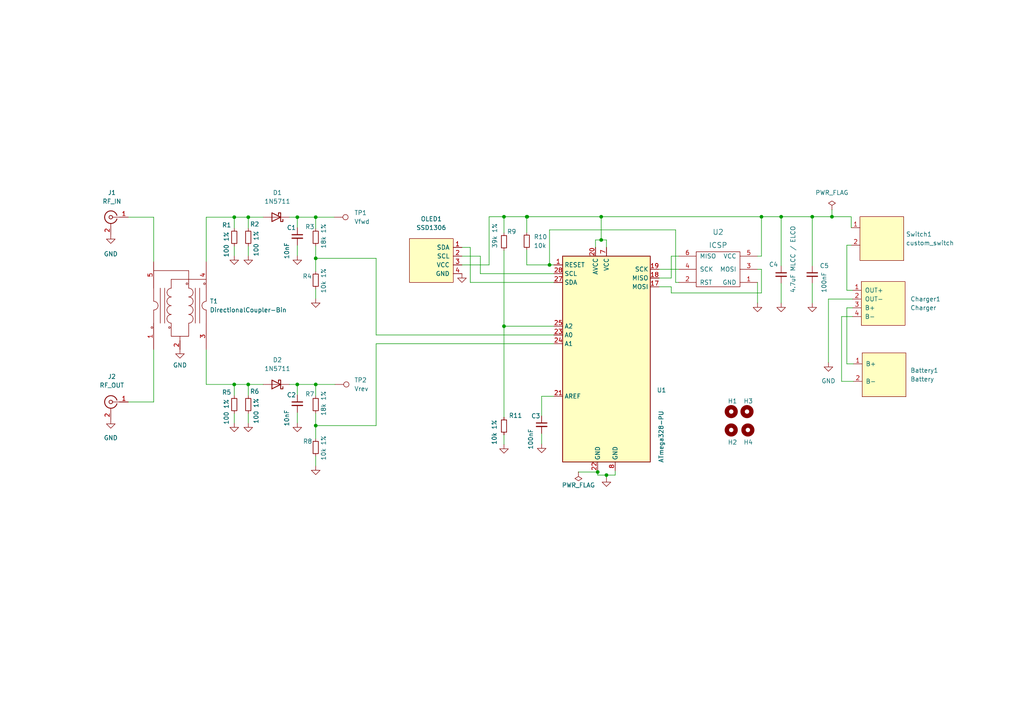
<source format=kicad_sch>
(kicad_sch (version 20211123) (generator eeschema)
  (paper "A4")
  (title_block (title "G8GYW QRP RF Meter") (date "2022-04-07") (rev "v0.01") (company "Modded by Dhiru (VU3CER)"))
  (lib_symbols
    (symbol "Connector:Conn_Coaxial" (pin_names (offset 1.016) hide)
      (property "Reference" "J" (at 0.254 3.048 0))
      (property "Value" "Conn_Coaxial" (at 2.921 0 90))
      (symbol "Conn_Coaxial_0_1"
        (arc (start -1.778 -0.508) (mid 0.2311 -1.8066) (end 1.778 0) (stroke (width 0.254)))
        (polyline (pts (xy -2.54 0) (xy -0.508 0)))
        (polyline (pts (xy 0 -2.54) (xy 0 -1.778)))
        (circle (center 0 0) (radius 0.508) (stroke (width 0.2032)))
        (arc (start 1.778 0) (mid 0.2099 1.8101) (end -1.778 0.508) (stroke (width 0.254)))
      )
      (symbol "Conn_Coaxial_1_1"
        (pin passive line (at -5.08 0 0) (length 2.54) (name "In") (number "1"))
        (pin passive line (at 0 -5.08 90) (length 2.54) (name "Ext") (number "2"))
      )
    )
    (symbol "Connector:TestPoint" (pin_numbers hide) (pin_names (offset 0.762) hide)
      (property "Reference" "TP" (at 0 6.858 0))
      (property "Value" "TestPoint" (at 0 5.08 0))
      (symbol "TestPoint_0_1"
        (circle (center 0 3.302) (radius 0.762))
      )
      (symbol "TestPoint_1_1"
        (pin passive line (at 0 0 90) (length 2.54) (name "1") (number "1"))
      )
    )
    (symbol "Device:C_Small" (pin_numbers hide) (pin_names (offset 0.254) hide)
      (property "Reference" "C" (at 0.254 1.778 0))
      (property "Value" "C_Small" (at 0.254 -2.032 0))
      (symbol "C_Small_0_1"
        (polyline (pts (xy -1.524 -0.508) (xy 1.524 -0.508)) (stroke (width 0.3302)))
        (polyline (pts (xy -1.524 0.508) (xy 1.524 0.508)) (stroke (width 0.3048)))
      )
      (symbol "C_Small_1_1"
        (pin passive line (at 0 2.54 270) (length 2.032) (name "~") (number "1"))
        (pin passive line (at 0 -2.54 90) (length 2.032) (name "~") (number "2"))
      )
    )
    (symbol "Device:R_Small" (pin_numbers hide) (pin_names (offset 0.254) hide)
      (property "Reference" "R" (at 0.762 0.508 0))
      (property "Value" "R_Small" (at 0.762 -1.016 0))
      (symbol "R_Small_0_1"
        (rectangle (start -0.762 1.778) (end 0.762 -1.778) (stroke (width 0.2032)))
      )
      (symbol "R_Small_1_1"
        (pin passive line (at 0 2.54 270) (length 0.762) (name "~") (number "1"))
        (pin passive line (at 0 -2.54 90) (length 0.762) (name "~") (number "2"))
      )
    )
    (symbol "Diode:1N5711" (pin_numbers hide) (pin_names (offset 1.016) hide)
      (property "Reference" "D" (at 0 2.54 0))
      (property "Value" "1N5711" (at 0 -2.54 0))
      (symbol "1N5711_0_1"
        (polyline (pts (xy 1.27 0) (xy -1.27 0)))
        (polyline (pts (xy 1.27 1.27) (xy 1.27 -1.27) (xy -1.27 0) (xy 1.27 1.27)) (stroke (width 0.254)))
        (polyline (pts (xy -1.905 0.635) (xy -1.905 1.27) (xy -1.27 1.27) (xy -1.27 -1.27) (xy -0.635 -1.27) (xy -0.635 -0.635)) (stroke (width 0.254)))
      )
      (symbol "1N5711_1_1"
        (pin passive line (at -3.81 0 0) (length 2.54) (name "K") (number "1"))
        (pin passive line (at 3.81 0 180) (length 2.54) (name "A") (number "2"))
      )
    )
    (symbol "Mechanical:MountingHole" (pin_names (offset 1.016))
      (property "Reference" "H" (at 0 5.08 0))
      (property "Value" "MountingHole" (at 0 3.175 0))
      (symbol "MountingHole_0_1"
        (circle (center 0 0) (radius 1.27) (stroke (width 1.27)))
      )
    )
    (symbol "atmega328-p:ATmega328-P"
      (property "Reference" "U1" (at -10.16 23.495 0))
      (property "Value" "ATmega328-P" (at 10.16 23.495 0))
      (symbol "ATmega328-P_0_1"
        (rectangle (start -12.7 21.59) (end 12.7 -38.1) (stroke (width 0.254)) (fill (type background)))
      )
      (symbol "ATmega328-P_1_1"
        (pin bidirectional line (at -15.24 19.05 0) (length 2.54) (name "RESET") (number "1"))
        (pin bidirectional line (at 15.24 12.7 180) (length 2.54) (name "MOSI") (number "17"))
        (pin bidirectional line (at 15.24 15.24 180) (length 2.54) (name "MISO") (number "18"))
        (pin bidirectional line (at 15.24 17.78 180) (length 2.54) (name "SCK") (number "19"))
        (pin power_in line (at -3.175 24.13 270) (length 2.54) (name "AVCC") (number "20"))
        (pin passive line (at -15.24 -19.05 0) (length 2.54) (name "AREF") (number "21"))
        (pin power_in line (at -2.54 -40.64 90) (length 2.54) (name "GND") (number "22"))
        (pin bidirectional line (at -15.24 -1.27 0) (length 2.54) (name "A0") (number "23"))
        (pin bidirectional line (at -15.24 -3.81 0) (length 2.54) (name "A1") (number "24"))
        (pin bidirectional line (at -15.24 1.27 0) (length 2.54) (name "A2") (number "25"))
        (pin bidirectional line (at -15.24 13.97 0) (length 2.54) (name "SDA") (number "27"))
        (pin bidirectional line (at -15.24 16.51 0) (length 2.54) (name "SCL") (number "28"))
        (pin power_in line (at 0 24.13 270) (length 2.54) (name "VCC") (number "7"))
        (pin power_in line (at 2.54 -40.64 90) (length 2.54) (name "GND") (number "8"))
      )
    )
    (symbol "custom_battery:Battery" (pin_names (offset 1.016))
      (property "Reference" "Battery1" (at 8.128 1.2701 0))
      (property "Value" "Battery" (at 8.128 -1.2699 0))
      (symbol "Battery_0_1"
        (rectangle (start -6.35 6.35) (end 6.35 -6.35) (fill (type background)))
      )
      (symbol "Battery_1_1"
        (pin bidirectional line (at -8.89 3.175 0) (length 2.54) (name "B+") (number "1"))
        (pin bidirectional line (at -8.89 -1.905 0) (length 2.54) (name "B-") (number "2"))
      )
    )
    (symbol "custom_charger:Charger" (pin_names (offset 1.016))
      (property "Reference" "Charger?" (at 8.128 1.2701 0))
      (property "Value" "Charger" (at 8.128 -1.2699 0))
      (symbol "Charger_0_1"
        (rectangle (start -6.35 6.35) (end 6.35 -6.35) (fill (type background)))
      )
      (symbol "Charger_1_1"
        (pin passive line (at -8.89 3.81 0) (length 2.54) (name "OUT+") (number "1"))
        (pin passive line (at -8.89 1.27 0) (length 2.54) (name "OUT-") (number "2"))
        (pin passive line (at -8.89 -1.27 0) (length 2.54) (name "B+") (number "3"))
        (pin passive line (at -8.89 -3.81 0) (length 2.54) (name "B-") (number "4"))
      )
    )
    (symbol "directionalcoupler-bin-modded:DirectionalCoupler-Bin" (pin_names (offset 1.016) hide)
      (property "Reference" "T1" (at 8.382 -5.334 0))
      (property "Value" "BN43-202" (at -1.778 9.652 0))
      (symbol "DirectionalCoupler-Bin_0_1"
        (circle (center -6.35 3.048) (radius 0.254))
        (circle (center -6.35 8.128) (radius 0.254))
        (arc (start -3.81 3.7846) (mid -4.6901 3.4201) (end -5.08 2.54))
        (arc (start -2.5654 2.54) (mid -2.9299 3.4201) (end -3.81 3.7846))
        (arc (start -1.27 3.7846) (mid -2.1501 3.4201) (end -2.54 2.54))
        (arc (start -1.27 7.62) (mid -0.898 6.722) (end 0 6.35))
        (arc (start -0.0254 2.54) (mid -0.3899 3.4201) (end -1.27 3.7846))
        (polyline (pts (xy -10.16 0) (xy -8.89 0)))
        (polyline (pts (xy -8.89 2.54) (xy -8.89 -2.54)))
        (polyline (pts (xy -5.08 5.715) (xy 5.08 5.715)))
        (polyline (pts (xy -1.27 -7.62) (xy -5.08 -7.62)))
        (polyline (pts (xy -1.27 7.62) (xy -5.08 7.62)))
        (polyline (pts (xy 1.27 -7.62) (xy 5.08 -7.62)))
        (polyline (pts (xy 1.27 7.62) (xy 5.08 7.62)))
        (polyline (pts (xy 5.08 -2.54) (xy 10.16 -2.54)))
        (polyline (pts (xy 5.08 2.54) (xy 7.62 2.54)))
        (polyline (pts (xy 5.08 4.445) (xy -5.08 4.445)))
        (polyline (pts (xy 7.62 -7.62) (xy 7.62 2.54)))
        (polyline (pts (xy 10.16 7.62) (xy 10.16 -2.54)))
        (polyline (pts (xy -5.08 2.54) (xy -8.89 2.54) (xy -8.89 -2.54) (xy -5.08 -2.54)))
        (arc (start 0 6.35) (mid 0.898 6.722) (end 1.2446 7.62))
        (arc (start 1.27 3.7846) (mid 0.3899 3.4201) (end 0 2.54))
        (arc (start 2.5146 2.54) (mid 2.1501 3.4201) (end 1.27 3.7846))
        (arc (start 3.81 3.7592) (mid 2.9299 3.3947) (end 2.54 2.5146))
        (arc (start 5.0546 2.5146) (mid 4.6901 3.3947) (end 3.81 3.7592))
        (circle (center 6.35 -7.112) (radius 0.254))
        (circle (center 6.35 -2.032) (radius 0.254))
      )
      (symbol "DirectionalCoupler-Bin_1_1"
        (arc (start -5.08 -2.54) (mid -4.708 -3.438) (end -3.81 -3.81))
        (arc (start -3.81 -3.81) (mid -2.912 -3.438) (end -2.5654 -2.54))
        (arc (start -2.54 -2.54) (mid -2.168 -3.438) (end -1.27 -3.81))
        (arc (start -1.27 -3.81) (mid -0.372 -3.438) (end -0.0254 -2.54))
        (arc (start 0 -6.3754) (mid -0.8801 -6.7399) (end -1.27 -7.62))
        (arc (start 0 -2.54) (mid 0.372 -3.438) (end 1.27 -3.81))
        (polyline (pts (xy -5.08 -4.445) (xy 5.08 -4.445)))
        (polyline (pts (xy 5.08 -5.715) (xy -5.08 -5.715)))
        (arc (start 1.2446 -7.62) (mid 0.8801 -6.7399) (end 0 -6.3754))
        (arc (start 1.27 -3.81) (mid 2.168 -3.438) (end 2.5146 -2.54))
        (arc (start 2.54 -2.54) (mid 2.912 -3.438) (end 3.81 -3.81))
        (arc (start 3.81 -3.81) (mid 4.708 -3.438) (end 5.0546 -2.54))
        (pin passive line (at -12.7 7.62 0) (length 7.62) (name "1") (number "1"))
        (pin input line (at -12.7 0 0) (length 2.54) (name "2") (number "2"))
        (pin passive line (at -12.7 -7.62 0) (length 7.62) (name "3") (number "3"))
        (pin passive line (at 12.7 -7.62 180) (length 7.62) (name "4") (number "4"))
        (pin passive line (at 12.7 7.62 180) (length 7.62) (name "5") (number "5"))
      )
    )
    (symbol "icsp_new:ICSP" (pin_names (offset 1.016))
      (property "Reference" "U" (at -8.89 7.62 0))
      (property "Value" "ICSP" (at 0 7.62 0))
      (symbol "ICSP_0_1"
        (rectangle (start 0 1.27) (end 12.7 -8.89))
      )
      (symbol "ICSP_1_1"
        (pin input line (at 17.78 -7.62 180) (length 5.08) (name "GND") (number "1"))
        (pin input line (at -5.08 -7.62 0) (length 5.08) (name "RST") (number "2"))
        (pin input line (at 17.78 -3.81 180) (length 5.08) (name "MOSI") (number "3"))
        (pin input line (at -5.08 -3.81 0) (length 5.08) (name "SCK") (number "4"))
        (pin input line (at 17.78 0 180) (length 5.08) (name "VCC") (number "5"))
        (pin input line (at -5.08 0 0) (length 5.08) (name "MISO") (number "6"))
      )
    )
    (symbol "power:GND" (power) (pin_names (offset 0))
      (property "Value" "GND" (at 0 -3.81 0))
      (symbol "GND_0_1"
        (polyline (pts (xy 0 0) (xy 0 -1.27) (xy 1.27 -1.27) (xy 0 -2.54) (xy -1.27 -1.27) (xy 0 -1.27)))
      )
      (symbol "GND_1_1"
        (pin power_in line (at 0 0 270) (length 0) hide (name "GND") (number "1"))
      )
    )
    (symbol "power:PWR_FLAG" (power) (pin_numbers hide) (pin_names (offset 0) hide)
      (property "Value" "PWR_FLAG" (at 0 3.81 0))
      (symbol "PWR_FLAG_0_0"
        (pin power_out line (at 0 0 90) (length 0) (name "pwr") (number "1"))
      )
      (symbol "PWR_FLAG_0_1"
        (polyline (pts (xy 0 0) (xy 0 1.27) (xy -1.016 1.905) (xy 0 2.54) (xy 1.016 1.905) (xy 0 1.27)))
      )
    )
    (symbol "ssd1306:SSD1306" (pin_names (offset 1.016))
      (property "Reference" "OLED1" (at -9.398 -0.508 90))
      (property "Value" "SSD1306" (at 8.001 -2.159 90))
      (symbol "SSD1306_0_1"
        (rectangle (start -6.35 6.35) (end 6.35 -6.35) (fill (type background)))
      )
      (symbol "SSD1306_1_1"
        (pin input line (at 3.81 8.89 270) (length 2.54) (name "SDA") (number "1"))
        (pin input line (at 1.27 8.89 270) (length 2.54) (name "SCL") (number "2"))
        (pin input line (at -1.27 8.89 270) (length 2.54) (name "VCC") (number "3"))
        (pin input line (at -3.81 8.89 270) (length 2.54) (name "GND") (number "4"))
      )
    )
    (symbol "switch:custom_switch" (pin_names (offset 1.016))
      (property "Reference" "Switch1" (at 2.54 10.795 90))
      (property "Value" "custom_switch" (at 0 9.525 90))
      (symbol "custom_switch_0_1"
        (rectangle (start -6.35 6.35) (end 6.35 -6.35) (fill (type background)))
      )
      (symbol "custom_switch_1_1"
        (pin passive line (at -8.89 3.175 0) (length 2.54) (name "") (number "1"))
        (pin passive line (at -8.89 -1.905 0) (length 2.54) (name "") (number "2"))
      )
    )
  )
  (junction (at 72.009 111.506))
  (junction (at 152.781 62.865))
  (junction (at 91.567 123.444))
  (junction (at 174.371 69.596))
  (junction (at 146.177 62.865))
  (junction (at 72.009 62.992))
  (junction (at 226.568 62.865))
  (junction (at 241.3 62.865))
  (junction (at 220.853 62.865))
  (junction (at 146.177 94.615))
  (junction (at 159.385 76.835))
  (junction (at 91.567 111.506))
  (junction (at 175.895 137.795))
  (junction (at 91.567 74.93))
  (junction (at 86.233 62.992))
  (junction (at 174.371 62.865))
  (junction (at 91.567 62.992))
  (junction (at 235.585 62.865))
  (junction (at 86.233 111.506))
  (junction (at 67.945 62.992))
  (junction (at 67.945 111.506))
  (junction (at 173.355 136.906))
  (junction (at 152.908 62.865))
  (wire (pts (xy 194.691 83.185) (xy 194.691 84.963)))
  (wire (pts (xy 109.093 74.93) (xy 109.093 97.155)))
  (wire (pts (xy 72.009 111.506) (xy 72.009 114.808)))
  (wire (pts (xy 91.567 74.93) (xy 91.567 78.74)))
  (wire (pts (xy 191.135 83.185) (xy 194.691 83.185)))
  (wire (pts (xy 86.233 111.506) (xy 91.567 111.506)))
  (wire (pts (xy 245.618 84.201) (xy 247.269 84.201)))
  (wire (pts (xy 146.177 72.644) (xy 146.177 94.615)))
  (wire (pts (xy 241.3 60.833) (xy 241.3 62.865)))
  (wire (pts (xy 172.72 69.596) (xy 172.72 71.755)))
  (wire (pts (xy 174.371 62.865) (xy 220.853 62.865)))
  (wire (pts (xy 59.817 101.346) (xy 59.817 111.506)))
  (wire (pts (xy 91.567 123.444) (xy 91.567 127.254)))
  (wire (pts (xy 133.985 74.295) (xy 139.319 74.295)))
  (wire (pts (xy 174.371 69.596) (xy 174.371 62.865)))
  (wire (pts (xy 244.094 110.617) (xy 247.523 110.617)))
  (wire (pts (xy 139.319 74.295) (xy 139.319 79.375)))
  (wire (pts (xy 37.211 116.586) (xy 44.577 116.586)))
  (wire (pts (xy 91.567 83.82) (xy 91.567 86.614)))
  (wire (pts (xy 175.895 137.795) (xy 175.895 138.557)))
  (wire (pts (xy 72.009 62.992) (xy 76.327 62.992)))
  (wire (pts (xy 86.233 62.992) (xy 91.567 62.992)))
  (wire (pts (xy 109.093 99.695) (xy 109.093 123.444)))
  (wire (pts (xy 67.945 62.992) (xy 67.945 66.294)))
  (wire (pts (xy 72.009 71.374) (xy 72.009 74.168)))
  (wire (pts (xy 160.655 81.915) (xy 136.398 81.915)))
  (wire (pts (xy 235.585 62.865) (xy 241.3 62.865)))
  (wire (pts (xy 86.233 62.992) (xy 86.233 66.04)))
  (wire (pts (xy 220.853 74.295) (xy 220.853 62.865)))
  (wire (pts (xy 67.945 111.506) (xy 72.009 111.506)))
  (wire (pts (xy 146.177 62.865) (xy 152.781 62.865)))
  (wire (pts (xy 91.567 123.444) (xy 109.093 123.444)))
  (wire (pts (xy 220.853 62.865) (xy 226.568 62.865)))
  (wire (pts (xy 167.767 136.906) (xy 173.355 136.906)))
  (wire (pts (xy 194.691 74.295) (xy 196.85 74.295)))
  (wire (pts (xy 174.371 69.596) (xy 175.895 69.596)))
  (wire (pts (xy 83.947 62.992) (xy 86.233 62.992)))
  (wire (pts (xy 244.094 91.821) (xy 244.094 110.617)))
  (wire (pts (xy 160.655 76.835) (xy 159.385 76.835)))
  (wire (pts (xy 245.618 71.12) (xy 246.888 71.12)))
  (wire (pts (xy 157.099 114.935) (xy 160.655 114.935)))
  (wire (pts (xy 245.618 105.537) (xy 247.523 105.537)))
  (wire (pts (xy 246.888 66.04) (xy 246.888 62.865)))
  (wire (pts (xy 72.009 119.888) (xy 72.009 122.682)))
  (wire (pts (xy 159.385 66.675) (xy 195.961 66.675)))
  (wire (pts (xy 91.567 111.506) (xy 91.567 114.808)))
  (wire (pts (xy 240.284 105.156) (xy 240.284 86.741)))
  (wire (pts (xy 159.385 66.675) (xy 159.385 76.835)))
  (wire (pts (xy 67.945 62.992) (xy 72.009 62.992)))
  (wire (pts (xy 219.71 81.915) (xy 219.71 87.884)))
  (wire (pts (xy 235.585 62.865) (xy 235.585 77.089)))
  (wire (pts (xy 146.177 94.615) (xy 146.177 121.031)))
  (wire (pts (xy 59.817 62.992) (xy 67.945 62.992)))
  (wire (pts (xy 245.618 71.12) (xy 245.618 84.201)))
  (wire (pts (xy 159.385 76.835) (xy 152.781 76.835)))
  (wire (pts (xy 67.945 119.888) (xy 67.945 122.682)))
  (wire (pts (xy 195.961 81.915) (xy 196.85 81.915)))
  (wire (pts (xy 83.947 111.506) (xy 86.233 111.506)))
  (wire (pts (xy 136.398 81.915) (xy 136.398 71.755)))
  (wire (pts (xy 67.945 71.374) (xy 67.945 74.168)))
  (wire (pts (xy 141.859 62.865) (xy 146.177 62.865)))
  (wire (pts (xy 109.093 99.695) (xy 160.655 99.695)))
  (wire (pts (xy 67.945 111.506) (xy 67.945 114.808)))
  (wire (pts (xy 139.319 79.375) (xy 160.655 79.375)))
  (wire (pts (xy 245.618 89.281) (xy 245.618 105.537)))
  (wire (pts (xy 37.211 62.992) (xy 44.577 62.992)))
  (wire (pts (xy 220.853 84.963) (xy 220.853 78.105)))
  (wire (pts (xy 173.355 137.795) (xy 175.895 137.795)))
  (wire (pts (xy 44.577 62.992) (xy 44.577 75.946)))
  (wire (pts (xy 195.961 66.675) (xy 195.961 81.915)))
  (wire (pts (xy 247.269 89.281) (xy 245.618 89.281)))
  (wire (pts (xy 226.568 62.865) (xy 226.568 77.089)))
  (wire (pts (xy 86.233 111.506) (xy 86.233 114.554)))
  (wire (pts (xy 146.177 62.865) (xy 146.177 67.564)))
  (wire (pts (xy 133.985 76.835) (xy 141.859 76.835)))
  (wire (pts (xy 44.577 101.346) (xy 44.577 116.586)))
  (wire (pts (xy 59.817 111.506) (xy 67.945 111.506)))
  (wire (pts (xy 141.859 76.835) (xy 141.859 62.865)))
  (wire (pts (xy 86.233 71.12) (xy 86.233 74.168)))
  (wire (pts (xy 191.135 78.105) (xy 196.85 78.105)))
  (wire (pts (xy 152.781 67.437) (xy 152.781 62.865)))
  (wire (pts (xy 226.568 62.865) (xy 235.585 62.865)))
  (wire (pts (xy 235.585 82.169) (xy 235.585 87.884)))
  (wire (pts (xy 152.781 76.835) (xy 152.781 72.517)))
  (wire (pts (xy 194.691 80.645) (xy 194.691 74.295)))
  (wire (pts (xy 240.284 86.741) (xy 247.269 86.741)))
  (wire (pts (xy 194.691 84.963) (xy 220.853 84.963)))
  (wire (pts (xy 241.3 62.865) (xy 246.888 62.865)))
  (wire (pts (xy 178.435 136.525) (xy 178.435 137.795)))
  (wire (pts (xy 174.371 62.865) (xy 152.908 62.865)))
  (wire (pts (xy 91.567 62.992) (xy 96.901 62.992)))
  (wire (pts (xy 226.568 82.169) (xy 226.568 87.884)))
  (wire (pts (xy 175.895 69.596) (xy 175.895 71.755)))
  (wire (pts (xy 91.567 132.334) (xy 91.567 135.128)))
  (wire (pts (xy 220.853 78.105) (xy 219.71 78.105)))
  (wire (pts (xy 72.009 62.992) (xy 72.009 66.294)))
  (wire (pts (xy 247.269 91.821) (xy 244.094 91.821)))
  (wire (pts (xy 219.71 74.295) (xy 220.853 74.295)))
  (wire (pts (xy 86.233 119.634) (xy 86.233 122.682)))
  (wire (pts (xy 91.567 111.506) (xy 97.155 111.506)))
  (wire (pts (xy 173.355 136.906) (xy 173.355 137.795)))
  (wire (pts (xy 175.895 137.795) (xy 178.435 137.795)))
  (wire (pts (xy 91.567 71.374) (xy 91.567 74.93)))
  (wire (pts (xy 146.177 94.615) (xy 160.655 94.615)))
  (wire (pts (xy 191.135 80.645) (xy 194.691 80.645)))
  (wire (pts (xy 133.985 71.755) (xy 136.398 71.755)))
  (wire (pts (xy 91.567 119.888) (xy 91.567 123.444)))
  (wire (pts (xy 157.099 125.73) (xy 157.099 128.778)))
  (wire (pts (xy 173.355 136.525) (xy 173.355 136.906)))
  (wire (pts (xy 91.567 62.992) (xy 91.567 66.294)))
  (wire (pts (xy 109.093 97.155) (xy 160.655 97.155)))
  (wire (pts (xy 91.567 74.93) (xy 109.093 74.93)))
  (wire (pts (xy 59.817 62.992) (xy 59.817 75.946)))
  (wire (pts (xy 157.099 114.935) (xy 157.099 120.65)))
  (wire (pts (xy 146.177 126.111) (xy 146.177 128.905)))
  (wire (pts (xy 72.009 111.506) (xy 76.327 111.506)))
  (wire (pts (xy 172.72 69.596) (xy 174.371 69.596)))
  (symbol (lib_id "power:GND") (at 219.71 87.884 0) (unit 1)
    (property "Reference" "#PWR0104" (effects hide))
    (property "Value" "GND" (effects hide))
  )
  (symbol (lib_id "Diode:1N5711") (at 80.137 111.506 180) (unit 1)
    (property "Reference" "D2" (at 80.4545 104.394 0))
    (property "Value" "1N5711" (at 80.4545 106.934 0))
    (property "Footprint" "Diode_SMD:D_SOD-323_HandSoldering" (effects hide))
    (property "Datasheet" "https://www.microsemi.com/document-portal/doc_download/8865-lds-0040-datasheet" (effects hide))
  )
  (symbol (lib_id "power:GND") (at 235.585 87.884 0) (unit 1)
    (property "Reference" "#PWR015" (effects hide))
    (property "Value" "GND" (effects hide))
  )
  (symbol (lib_id "Device:C_Small") (at 226.568 79.629 0) (unit 1)
    (property "Reference" "C4" (at 223.012 76.708 0) (effects (justify left)))
    (property "Value" "4.7uF MLCC / ELCO" (at 229.997 84.963 90) (effects (justify left)))
    (property "Footprint" "Capacitor_SMD:C_1206_3216Metric_Pad1.33x1.80mm_HandSolder" (effects hide))
  )
  (symbol (lib_id "Device:R_Small") (at 146.177 123.571 0) (unit 1)
    (property "Reference" "R11" (at 147.574 120.523 0) (effects (justify left)))
    (property "Value" "10k 1%" (at 143.383 129.032 90) (effects (justify left)))
    (property "Footprint" "Resistor_SMD:R_1206_3216Metric_Pad1.30x1.75mm_HandSolder" (effects hide))
  )
  (symbol (lib_id "Device:C_Small") (at 235.585 79.629 0) (unit 1)
    (property "Reference" "C5" (at 237.744 77.089 0) (effects (justify left)))
    (property "Value" "100nF" (at 239.014 84.963 90) (effects (justify left)))
    (property "Footprint" "Capacitor_SMD:C_1206_3216Metric_Pad1.33x1.80mm_HandSolder" (effects hide))
  )
  (symbol (lib_id "Device:C_Small") (at 157.099 123.19 0) (unit 1)
    (property "Reference" "C3" (at 154.051 120.65 0) (effects (justify left)))
    (property "Value" "100nF" (at 153.924 130.429 90) (effects (justify left)))
    (property "Footprint" "Capacitor_SMD:C_1206_3216Metric_Pad1.33x1.80mm_HandSolder" (effects hide))
  )
  (symbol (lib_id "power:GND") (at 32.131 121.666 0) (unit 1)
    (property "Reference" "#PWR06" (effects hide))
    (property "Value" "GND" (at 32.131 127 0))
  )
  (symbol (lib_id "power:GND") (at 91.567 86.614 0) (unit 1)
    (property "Reference" "#PWR09" (effects hide))
    (property "Value" "GND" (effects hide))
  )
  (symbol (lib_id "Mechanical:MountingHole") (at 216.662 119.38 0) (unit 1)
    (property "Reference" "H3" (at 215.646 116.332 0) (effects (justify left)))
    (property "Value" "MountingHole" (effects hide))
    (property "Footprint" "MountingHole:MountingHole_2.2mm_M2" (effects hide))
  )
  (symbol (lib_id "power:GND") (at 133.985 79.375 0) (unit 1)
    (property "Reference" "#PWR0102" (effects hide))
    (property "Value" "GND" (effects hide))
  )
  (symbol (lib_id "power:GND") (at 86.233 74.168 0) (unit 1)
    (property "Reference" "#PWR07" (effects hide))
    (property "Value" "GND" (effects hide))
  )
  (symbol (lib_id "icsp_new:ICSP") (at 201.93 74.295 0) (unit 1)
    (property "Reference" "U2" (at 208.28 67.31 0) (effects (font (size 1.524 1.524))))
    (property "Value" "ICSP" (at 208.28 71.12 0) (effects (font (size 1.524 1.524))))
    (property "Footprint" "Connector_PinHeader_2.54mm:PinHeader_2x03_P2.54mm_Vertical" (effects hide))
  )
  (symbol (lib_id "Device:R_Small") (at 67.945 117.348 0) (unit 1)
    (property "Reference" "R5" (at 64.389 113.792 0) (effects (justify left)))
    (property "Value" "100 1%" (at 65.659 123.19 90) (effects (justify left)))
    (property "Footprint" "Resistor_SMD:R_1206_3216Metric_Pad1.30x1.75mm_HandSolder" (effects hide))
  )
  (symbol (lib_id "power:GND") (at 72.009 122.682 0) (unit 1)
    (property "Reference" "#PWR04" (effects hide))
    (property "Value" "GND" (effects hide))
  )
  (symbol (lib_id "Mechanical:MountingHole") (at 212.09 124.714 0) (unit 1)
    (property "Reference" "H2" (at 211.074 128.27 0) (effects (justify left)))
    (property "Value" "MountingHole" (effects hide))
    (property "Footprint" "MountingHole:MountingHole_2.2mm_M2" (effects hide))
  )
  (symbol (lib_id "Device:R_Small") (at 152.781 69.977 0) (unit 1)
    (property "Reference" "R10" (at 154.813 68.7069 0) (effects (justify left)))
    (property "Value" "10k" (at 154.813 71.2469 0) (effects (justify left)))
    (property "Footprint" "Resistor_SMD:R_1206_3216Metric_Pad1.30x1.75mm_HandSolder" (effects hide))
  )
  (symbol (lib_id "Mechanical:MountingHole") (at 216.916 124.714 0) (unit 1)
    (property "Reference" "H4" (at 215.646 128.27 0) (effects (justify left)))
    (property "Value" "MountingHole" (effects hide))
    (property "Footprint" "MountingHole:MountingHole_2.2mm_M2" (effects hide))
  )
  (symbol (lib_id "Connector:TestPoint") (at 96.901 62.992 270) (unit 1)
    (property "Reference" "TP1" (at 102.743 61.7219 90) (effects (justify left)))
    (property "Value" "Vfwd" (at 102.743 64.2619 90) (effects (justify left)))
    (property "Footprint" "Connector_PinHeader_2.54mm:PinHeader_1x01_P2.54mm_Vertical" (effects hide))
  )
  (symbol (lib_id "Diode:1N5711") (at 80.137 62.992 180) (unit 1)
    (property "Reference" "D1" (at 80.4545 55.88 0))
    (property "Value" "1N5711" (at 80.4545 58.42 0))
    (property "Footprint" "Diode_SMD:D_SOD-323_HandSoldering" (effects hide))
    (property "Datasheet" "https://www.microsemi.com/document-portal/doc_download/8865-lds-0040-datasheet" (effects hide))
  )
  (symbol (lib_id "Device:R_Small") (at 91.567 129.794 0) (unit 1)
    (property "Reference" "R8" (at 87.884 128.016 0) (effects (justify left)))
    (property "Value" "10k 1%" (at 93.853 133.604 90) (effects (justify left)))
    (property "Footprint" "Resistor_SMD:R_1206_3216Metric_Pad1.30x1.75mm_HandSolder" (effects hide))
  )
  (symbol (lib_id "ssd1306:SSD1306") (at 125.095 75.565 270) (mirror x) (unit 1)
    (property "Reference" "OLED1" (at 125.095 63.5 90))
    (property "Value" "SSD1306" (at 125.095 66.04 90))
    (property "Footprint" "Connector_PinHeader_2.54mm:PinHeader_1x04_P2.54mm_Vertical" (effects hide))
  )
  (symbol (lib_id "Device:R_Small") (at 67.945 68.834 0) (unit 1)
    (property "Reference" "R1" (at 64.389 65.278 0) (effects (justify left)))
    (property "Value" "100 1%" (at 65.659 74.676 90) (effects (justify left)))
    (property "Footprint" "Resistor_SMD:R_1206_3216Metric_Pad1.30x1.75mm_HandSolder" (effects hide))
  )
  (symbol (lib_id "power:GND") (at 67.945 122.682 0) (unit 1)
    (property "Reference" "#PWR02" (effects hide))
    (property "Value" "GND" (effects hide))
  )
  (symbol (lib_id "power:GND") (at 240.284 105.156 0) (unit 1)
    (property "Reference" "#PWR0103" (effects hide))
    (property "Value" "GND" (at 240.284 110.49 0))
  )
  (symbol (lib_id "Device:R_Small") (at 91.567 117.348 0) (unit 1)
    (property "Reference" "R7" (at 88.519 114.3 0) (effects (justify left)))
    (property "Value" "18k 1%" (at 93.853 120.65 90) (effects (justify left)))
    (property "Footprint" "Resistor_SMD:R_1206_3216Metric_Pad1.30x1.75mm_HandSolder" (effects hide))
  )
  (symbol (lib_id "atmega328-p:ATmega328-P") (at 175.895 95.885 0) (unit 1)
    (property "Reference" "U1" (at 190.5 113.157 0) (effects (justify left)))
    (property "Value" "ATmega328-PU" (at 191.77 134.239 90) (effects (justify left)))
    (property "Footprint" "Package_DIP:DIP-28_W7.62mm" (effects hide))
    (property "Datasheet" "http://ww1.microchip.com/downloads/en/DeviceDoc/ATmega328_P%20AVR%20MCU%20with%20picoPower%20Technology%20Data%20Sheet%2040001984A.pdf" (effects hide))
  )
  (symbol (lib_id "directionalcoupler-bin-modded:DirectionalCoupler-Bin") (at 52.197 88.646 90) (unit 1)
    (property "Reference" "T1" (at 60.833 87.3759 90) (effects (justify right)))
    (property "Value" "DirectionalCoupler-Bin" (at 60.833 89.9159 90) (effects (justify right)))
    (property "Footprint" "footprints:BN-43-202-5P" (effects hide))
    (property "Datasheet" "http://www.amidoncorp.com/bn-43-202/" (effects hide))
  )
  (symbol (lib_id "power:GND") (at 175.895 138.557 0) (unit 1)
    (property "Reference" "#PWR013" (effects hide))
    (property "Value" "GND" (effects hide))
  )
  (symbol (lib_id "power:GND") (at 52.197 101.346 0) (unit 1)
    (property "Reference" "#PWR0101" (effects hide))
    (property "Value" "GND" (at 52.197 105.918 0))
  )
  (symbol (lib_id "switch:custom_switch") (at 255.778 69.215 0) (unit 1)
    (property "Reference" "Switch1" (at 262.763 67.9449 0) (effects (justify left)))
    (property "Value" "custom_switch" (at 262.763 70.4849 0) (effects (justify left)))
    (property "Footprint" "Connector_PinHeader_2.54mm:PinHeader_1x02_P2.54mm_Vertical" (effects hide))
  )
  (symbol (lib_id "Device:R_Small") (at 72.009 117.348 0) (unit 1)
    (property "Reference" "R6" (at 72.517 113.538 0) (effects (justify left)))
    (property "Value" "100 1%" (at 74.295 122.936 90) (effects (justify left)))
    (property "Footprint" "Resistor_SMD:R_1206_3216Metric_Pad1.30x1.75mm_HandSolder" (effects hide))
  )
  (symbol (lib_id "power:GND") (at 157.099 128.778 0) (unit 1)
    (property "Reference" "#PWR011" (effects hide))
    (property "Value" "GND" (effects hide))
  )
  (symbol (lib_id "power:GND") (at 86.233 122.682 0) (unit 1)
    (property "Reference" "#PWR08" (effects hide))
    (property "Value" "GND" (effects hide))
  )
  (symbol (lib_id "power:GND") (at 32.131 68.072 0) (unit 1)
    (property "Reference" "#PWR05" (effects hide))
    (property "Value" "GND" (at 32.131 73.66 0))
  )
  (symbol (lib_id "Connector:Conn_Coaxial") (at 32.131 62.992 0) (mirror y) (unit 1)
    (property "Reference" "J1" (at 32.4484 55.88 0))
    (property "Value" "RF_IN" (at 32.4484 58.42 0))
    (property "Footprint" "Connector_Coaxial:SMA_Samtec_SMA-J-P-X-ST-EM1_EdgeMount" (effects hide))
    (property "Datasheet" " ~" (effects hide))
  )
  (symbol (lib_id "Device:R_Small") (at 91.567 81.28 0) (unit 1)
    (property "Reference" "R4" (at 87.757 80.137 0) (effects (justify left)))
    (property "Value" "10k 1%" (at 93.853 85.09 90) (effects (justify left)))
    (property "Footprint" "Resistor_SMD:R_1206_3216Metric_Pad1.30x1.75mm_HandSolder" (effects hide))
  )
  (symbol (lib_id "Device:C_Small") (at 86.233 68.58 0) (unit 1)
    (property "Reference" "C1" (at 83.185 66.04 0) (effects (justify left)))
    (property "Value" "10nF" (at 83.185 75.184 90) (effects (justify left)))
    (property "Footprint" "Capacitor_SMD:C_1206_3216Metric_Pad1.33x1.80mm_HandSolder" (effects hide))
  )
  (symbol (lib_id "Device:R_Small") (at 91.567 68.834 0) (unit 1)
    (property "Reference" "R3" (at 88.519 65.786 0) (effects (justify left)))
    (property "Value" "18k 1%" (at 93.853 72.136 90) (effects (justify left)))
    (property "Footprint" "Resistor_SMD:R_1206_3216Metric_Pad1.30x1.75mm_HandSolder" (effects hide))
  )
  (symbol (lib_id "Mechanical:MountingHole") (at 212.09 119.38 0) (unit 1)
    (property "Reference" "H1" (at 211.074 116.332 0) (effects (justify left)))
    (property "Value" "MountingHole" (effects hide))
    (property "Footprint" "MountingHole:MountingHole_2.2mm_M2" (effects hide))
  )
  (symbol (lib_id "power:GND") (at 67.945 74.168 0) (unit 1)
    (property "Reference" "#PWR01" (effects hide))
    (property "Value" "GND" (effects hide))
  )
  (symbol (lib_id "Connector:TestPoint") (at 97.155 111.506 270) (unit 1)
    (property "Reference" "TP2" (at 102.743 110.2359 90) (effects (justify left)))
    (property "Value" "Vrev" (at 102.743 112.7759 90) (effects (justify left)))
    (property "Footprint" "Connector_PinHeader_2.54mm:PinHeader_1x01_P2.54mm_Vertical" (effects hide))
  )
  (symbol (lib_id "power:GND") (at 91.567 135.128 0) (unit 1)
    (property "Reference" "#PWR010" (effects hide))
    (property "Value" "GND" (effects hide))
  )
  (symbol (lib_id "power:GND") (at 226.568 87.884 0) (unit 1)
    (property "Reference" "#PWR014" (effects hide))
    (property "Value" "GND" (effects hide))
  )
  (symbol (lib_id "custom_charger:Charger") (at 256.159 88.011 0) (unit 1)
    (property "Reference" "Charger1" (at 264.033 86.7409 0) (effects (justify left)))
    (property "Value" "Charger" (at 264.033 89.2809 0) (effects (justify left)))
    (property "Footprint" "Connector_PinHeader_2.54mm:PinHeader_1x04_P2.54mm_Vertical" (effects hide))
  )
  (symbol (lib_id "power:PWR_FLAG") (at 167.767 136.906 180) (unit 1)
    (property "Reference" "#FLG0102" (effects hide))
    (property "Value" "PWR_FLAG" (at 167.767 140.716 0))
  )
  (symbol (lib_id "Device:R_Small") (at 146.177 70.104 0) (unit 1)
    (property "Reference" "R9" (at 147.066 67.183 0) (effects (justify left)))
    (property "Value" "39k 1%" (at 143.51 72.009 90) (effects (justify left)))
    (property "Footprint" "Resistor_SMD:R_1206_3216Metric_Pad1.30x1.75mm_HandSolder" (effects hide))
  )
  (symbol (lib_id "power:PWR_FLAG") (at 241.3 60.833 0) (unit 1)
    (property "Reference" "#FLG0101" (effects hide))
    (property "Value" "PWR_FLAG" (at 241.3 55.88 0))
  )
  (symbol (lib_id "power:GND") (at 146.177 128.905 0) (unit 1)
    (property "Reference" "#PWR012" (effects hide))
    (property "Value" "GND" (effects hide))
  )
  (symbol (lib_id "Connector:Conn_Coaxial") (at 32.131 116.586 0) (mirror y) (unit 1)
    (property "Reference" "J2" (at 32.4484 109.22 0))
    (property "Value" "RF_OUT" (at 32.4484 111.76 0))
    (property "Footprint" "Connector_Coaxial:SMA_Samtec_SMA-J-P-X-ST-EM1_EdgeMount" (effects hide))
    (property "Datasheet" " ~" (effects hide))
  )
  (symbol (lib_id "Device:R_Small") (at 72.009 68.834 0) (unit 1)
    (property "Reference" "R2" (at 72.517 65.024 0) (effects (justify left)))
    (property "Value" "100 1%" (at 74.295 74.422 90) (effects (justify left)))
    (property "Footprint" "Resistor_SMD:R_1206_3216Metric_Pad1.30x1.75mm_HandSolder" (effects hide))
  )
  (symbol (lib_id "Device:C_Small") (at 86.233 117.094 0) (unit 1)
    (property "Reference" "C2" (at 83.185 114.554 0) (effects (justify left)))
    (property "Value" "10nF" (at 83.185 123.698 90) (effects (justify left)))
    (property "Footprint" "Capacitor_SMD:C_1206_3216Metric_Pad1.33x1.80mm_HandSolder" (effects hide))
  )
  (symbol (lib_id "power:GND") (at 72.009 74.168 0) (unit 1)
    (property "Reference" "#PWR03" (effects hide))
    (property "Value" "GND" (effects hide))
  )
  (symbol (lib_id "custom_battery:Battery") (at 256.413 108.712 0) (unit 1)
    (property "Reference" "Battery1" (at 264.033 107.4419 0) (effects (justify left)))
    (property "Value" "Battery" (at 264.033 109.9819 0) (effects (justify left)))
    (property "Footprint" "Connector_PinHeader_2.54mm:PinHeader_1x02_P2.54mm_Vertical" (effects hide))
  )
)
</source>
